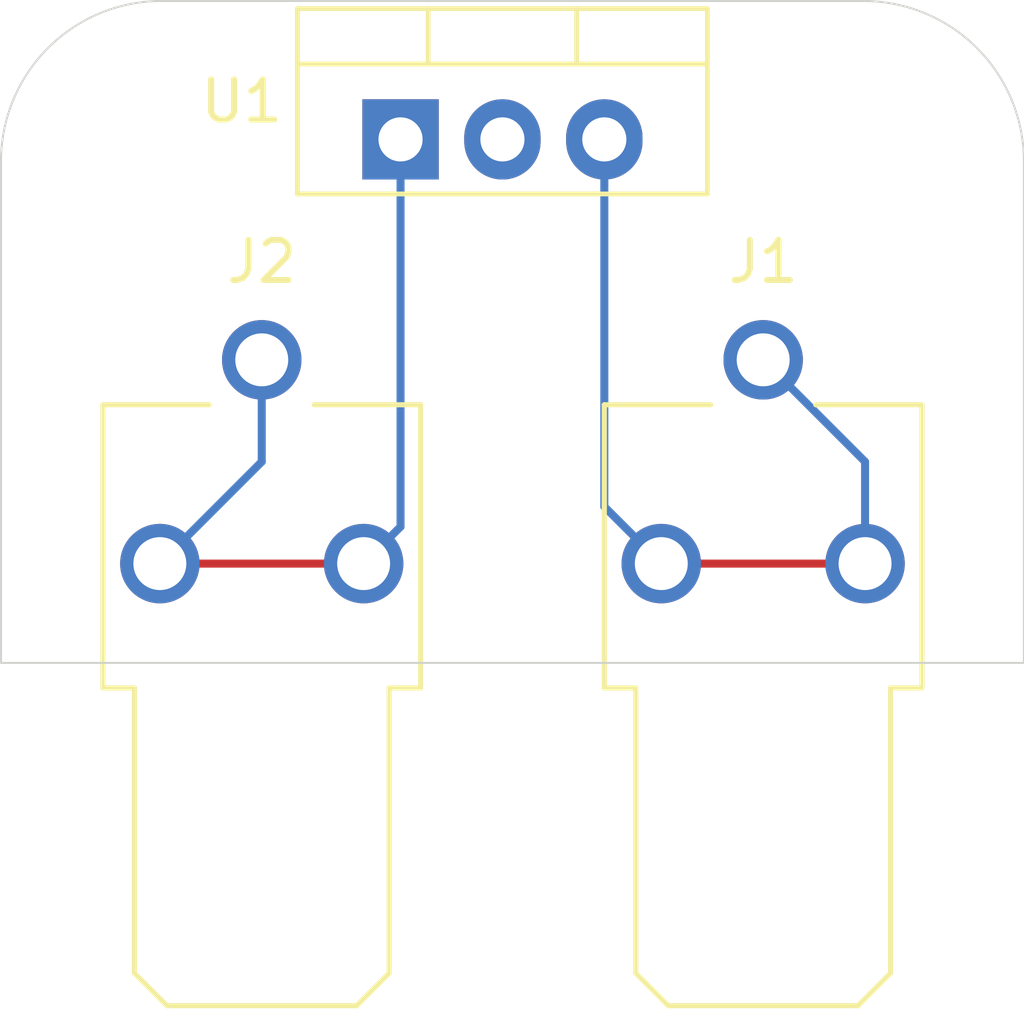
<source format=kicad_pcb>
(kicad_pcb (version 20241229) (generator "pcbnew") (generator_version "9.0")
  (layers (0 "F.Cu" signal) (2 "B.Cu" signal) (13 "F.Paste" user) (15 "B.Paste" user) (5 "F.SilkS" user "F.Silkscreen") (7 "B.SilkS" user "B.Silkscreen") (1 "F.Mask" user) (3 "B.Mask" user) (25 "Edge.Cuts" user))
  (net 0 "")
  (net 2 "Net-(U1-ADJ)")
  (net 3 "Net-(U1-VI)")
  (footprint "Package_TO_SOT_THT:TO-220-3_Vertical" (layer "F.Cu") (at 206.96 100.95)
    (property "Reference" "U1" (at -3.96 -0.95 0) (layer "F.SilkS"))
    (property "Value" "AOTS")
    (fp_line (start -2.57 -3.26) (end 7.65 -3.26) (stroke (width 0.12)) (layer "F.SilkS"))
    (fp_line (start -2.57 -1.88) (end 7.65 -1.88) (stroke (width 0.12)) (layer "F.SilkS"))
    (fp_line (start -2.57 1.36) (end -2.57 -3.26) (stroke (width 0.12)) (layer "F.SilkS"))
    (fp_line (start 0.69 -3.26) (end 0.69 -1.88) (stroke (width 0.12)) (layer "F.SilkS"))
    (fp_line (start 4.39 -3.26) (end 4.39 -1.88) (stroke (width 0.12)) (layer "F.SilkS"))
    (fp_line (start 7.65 -3.26) (end 7.65 1.36) (stroke (width 0.12)) (layer "F.SilkS"))
    (fp_line (start 7.65 1.36) (end -2.57 1.36) (stroke (width 0.12)) (layer "F.SilkS"))
    (pad "1" thru_hole rect (at 0 0) (size 1.905 2) (drill 1.1) (layers "*.Cu" "*.Mask") (net 2 "Net-(U1-ADJ)"))
    (pad "2" thru_hole oval (at 2.54 0) (size 1.905 2) (drill 1.1) (layers "*.Cu" "*.Mask"))
    (pad "3" thru_hole oval (at 5.08 0) (size 1.905 2) (drill 1.1) (layers "*.Cu" "*.Mask") (net 3 "Net-(U1-VI)"))
  )
  (footprint "spades:KEYSTONE_4910" (layer "F.Cu") (at 216 111.525 90)
    (property "Reference" "J1" (at 7.525 0 180) (layer "F.SilkS"))
    (property "Value" "4910" (hide yes))
    (fp_line (start 3.96 -3.96) (end 3.96 -1.31) (stroke (width 0.127)) (layer "F.SilkS"))
    (fp_line (start -3.1 -3.96) (end 3.96 -3.96) (stroke (width 0.127)) (layer "F.SilkS"))
    (fp_line (start -3.1 -3.175) (end -3.1 -3.96) (stroke (width 0.127)) (layer "F.SilkS"))
    (fp_line (start -10.21 -3.175) (end -3.1 -3.175) (stroke (width 0.127)) (layer "F.SilkS"))
    (fp_line (start -11.02 -2.365) (end -10.21 -3.175) (stroke (width 0.127)) (layer "F.SilkS"))
    (fp_line (start -11.02 2.365) (end -11.02 -2.365) (stroke (width 0.127)) (layer "F.SilkS"))
    (fp_line (start -3.1 3.175) (end -10.21 3.175) (stroke (width 0.127)) (layer "F.SilkS"))
    (fp_line (start -10.21 3.175) (end -11.02 2.365) (stroke (width 0.127)) (layer "F.SilkS"))
    (fp_line (start 3.96 3.96) (end 3.96 1.31) (stroke (width 0.127)) (layer "F.SilkS"))
    (fp_line (start -3.1 3.96) (end -3.1 3.175) (stroke (width 0.127)) (layer "F.SilkS"))
    (fp_line (start -3.1 3.96) (end 3.96 3.96) (stroke (width 0.127)) (layer "F.SilkS"))
    (pad "1_1" thru_hole circle (at 0 -2.54 90) (size 1.98 1.98) (drill 1.32) (layers "*.Cu" "*.Mask") (net 3 "Net-(U1-VI)"))
    (pad "1_2" thru_hole circle (at 0 2.54 90) (size 1.98 1.98) (drill 1.32) (layers "*.Cu" "*.Mask") (net 3 "Net-(U1-VI)"))
    (pad "1_3" thru_hole circle (at 5.08 0 90) (size 1.98 1.98) (drill 1.32) (layers "*.Cu" "*.Mask") (net 3 "Net-(U1-VI)"))
  )
  (footprint "spades:KEYSTONE_4910" (layer "F.Cu") (at 203.5 111.525 90)
    (property "Reference" "J2" (at 7.525 0 180) (layer "F.SilkS"))
    (property "Value" "4910" (hide yes))
    (fp_line (start 3.96 -3.96) (end 3.96 -1.31) (stroke (width 0.127)) (layer "F.SilkS"))
    (fp_line (start -3.1 -3.96) (end 3.96 -3.96) (stroke (width 0.127)) (layer "F.SilkS"))
    (fp_line (start -3.1 -3.175) (end -3.1 -3.96) (stroke (width 0.127)) (layer "F.SilkS"))
    (fp_line (start -10.21 -3.175) (end -3.1 -3.175) (stroke (width 0.127)) (layer "F.SilkS"))
    (fp_line (start -11.02 -2.365) (end -10.21 -3.175) (stroke (width 0.127)) (layer "F.SilkS"))
    (fp_line (start -11.02 2.365) (end -11.02 -2.365) (stroke (width 0.127)) (layer "F.SilkS"))
    (fp_line (start -3.1 3.175) (end -10.21 3.175) (stroke (width 0.127)) (layer "F.SilkS"))
    (fp_line (start -10.21 3.175) (end -11.02 2.365) (stroke (width 0.127)) (layer "F.SilkS"))
    (fp_line (start 3.96 3.96) (end 3.96 1.31) (stroke (width 0.127)) (layer "F.SilkS"))
    (fp_line (start -3.1 3.96) (end -3.1 3.175) (stroke (width 0.127)) (layer "F.SilkS"))
    (fp_line (start -3.1 3.96) (end 3.96 3.96) (stroke (width 0.127)) (layer "F.SilkS"))
    (pad "1_1" thru_hole circle (at 0 -2.54 90) (size 1.98 1.98) (drill 1.32) (layers "*.Cu" "*.Mask") (net 2 "Net-(U1-ADJ)"))
    (pad "1_2" thru_hole circle (at 0 2.54 90) (size 1.98 1.98) (drill 1.32) (layers "*.Cu" "*.Mask") (net 2 "Net-(U1-ADJ)"))
    (pad "1_3" thru_hole circle (at 5.08 0 90) (size 1.98 1.98) (drill 1.32) (layers "*.Cu" "*.Mask") (net 2 "Net-(U1-ADJ)"))
  )
  (gr_arc (start 197 101.5) (mid 198.171573 98.671573) (end 201 97.5) (stroke (width 0.05)) (layer "Edge.Cuts"))
  (gr_line (start 201 97.5) (end 218.5 97.5) (stroke (width 0.05)) (layer "Edge.Cuts"))
  (gr_line (start 222.5 114) (end 197 114) (stroke (width 0.05)) (layer "Edge.Cuts"))
  (gr_line (start 197 114) (end 197 101.5) (stroke (width 0.05)) (layer "Edge.Cuts"))
  (gr_arc (start 218.5 97.5) (mid 221.328427 98.671573) (end 222.5 101.5) (stroke (width 0.05)) (layer "Edge.Cuts"))
  (gr_line (start 222.5 101.5) (end 222.5 114) (stroke (width 0.05)) (layer "Edge.Cuts"))
  (segment (start 206.04 111.525) (end 200.96 111.525) (width 0.2) (layer "F.Cu") (net 2))
  (segment (start 200.96 111.525) (end 203.5 108.985) (width 0.2) (layer "B.Cu") (net 2))
  (segment (start 203.5 108.985) (end 203.5 106.445) (width 0.2) (layer "B.Cu") (net 2))
  (segment (start 206.96 100.95) (end 206.96 110.605) (width 0.2) (layer "B.Cu") (net 2))
  (segment (start 206.96 110.605) (end 206.04 111.525) (width 0.2) (layer "B.Cu") (net 2))
  (segment (start 213.46 111.525) (end 218.54 111.525) (width 0.2) (layer "F.Cu") (net 3))
  (segment (start 212.04 110.105) (end 212.04 100.95) (width 0.2) (layer "B.Cu") (net 3))
  (segment (start 216 106.445) (end 218.54 108.985) (width 0.2) (layer "B.Cu") (net 3))
  (segment (start 213.46 111.525) (end 212.04 110.105) (width 0.2) (layer "B.Cu") (net 3))
  (segment (start 218.54 108.985) (end 218.54 111.525) (width 0.2) (layer "B.Cu") (net 3))
)
</source>
